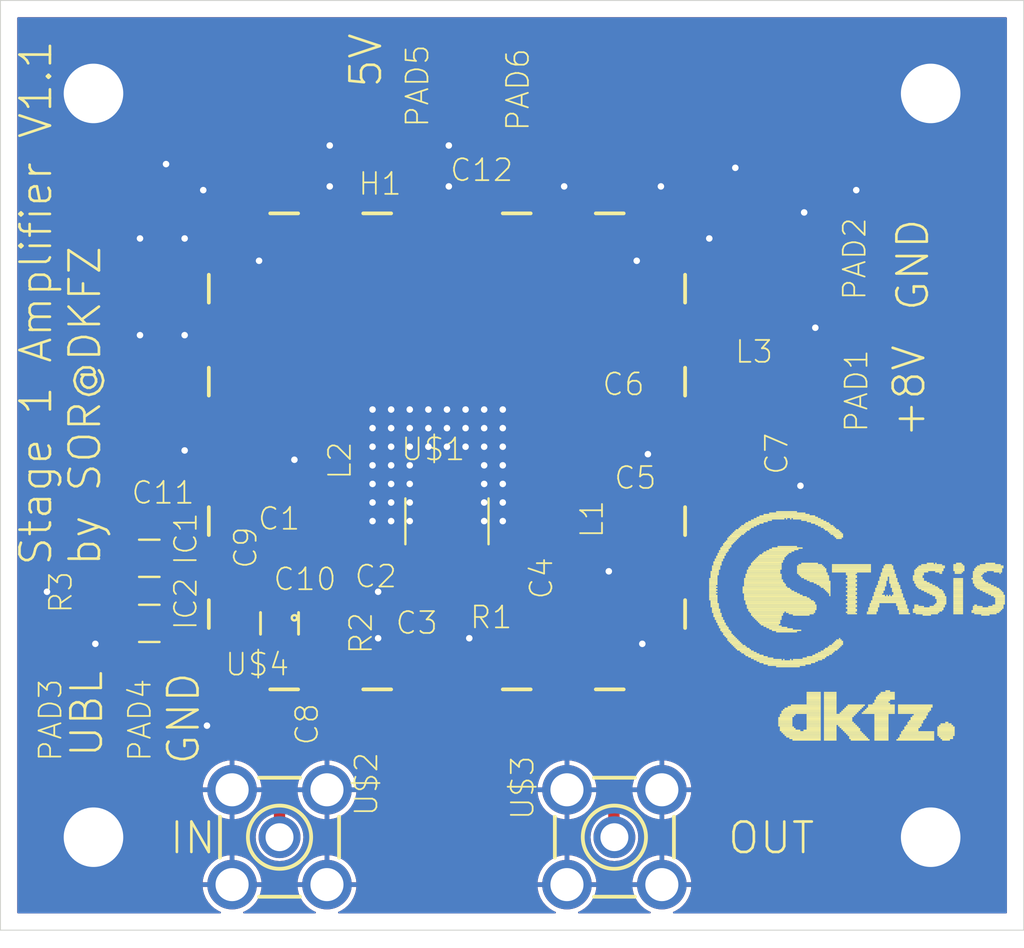
<source format=kicad_pcb>
(kicad_pcb (version 20240108) (generator "pcbnew") (generator_version "8.0")
  (layers (0 "F.Cu" signal) (31 "B.Cu" signal) (34 "B.Paste" user) (35 "F.Paste" user) (36 "B.SilkS" user "B.Silkscreen") (37 "F.SilkS" user "F.Silkscreen") (38 "B.Mask" user) (39 "F.Mask" user) (44 "Edge.Cuts" user))
  (net 0 "")
  (net 1 "GND")
  (net 2 "N$1")
  (net 3 "N$2")
  (net 4 "N$3")
  (net 5 "N$4")
  (net 6 "N$5")
  (net 7 "N$7")
  (net 8 "N$6")
  (net 9 "N$9")
  (net 10 "N$10")
  (net 11 "N$11")
  (net 12 "N$12")
  (net 13 "N$13")
  (net 14 "VCC")
  (net 15 "N$14")
  (net 16 "N$15")
  (net 17 "N$16")
  (net 18 "N$8")
  (footprint "stage1_amp_flat_switch_5V_V1p1:SMD2,54-5,08_412" (layer "F.Cu") (at 123.5011 118.5036 180)
    (property "Reference" "PAD3" (at 0.5 2.1 90) (layer "F.SilkS") (effects (font (size 1.176528 1.176528) (thickness 0.093472)) (justify right top)))
    (property "Value" "")
    (pad "1" smd rect (at 0 0 180) (size 2.54 5.08) (layers "F.Cu" "F.Paste" "F.Mask") (net 17 "N$16"))
  )
  (footprint "stage1_amp_flat_switch_5V_V1p1:LOGO_STASIS" (layer "F.Cu") (at 168.0511 111.9036)
    (property "Reference" "U$6" (hide yes))
    (property "Value" "" (hide yes))
  )
  (footprint "stage1_amp_flat_switch_5V_V1p1:BU-SMA-V" (layer "F.Cu") (at 154.0011 125.0036)
    (property "Reference" "U$3" (at -4.245 -0.86 90) (layer "F.SilkS") (effects (font (size 1.176528 1.176528) (thickness 0.093472)) (justify left bottom)))
    (property "Value" "SMA_CON-V")
    (pad "1" thru_hole circle (at 0 0) (size 2.25 2.25) (drill 1.5) (layers "*.Cu" "*.Mask") (net 8 "N$6"))
    (pad "2" thru_hole circle (at -2.5499 -2.5499) (size 2.667 2.667) (drill 1.778) (layers "*.Cu" "*.Mask") (net 1 "GND"))
    (pad "3" thru_hole circle (at 2.5499 -2.5499) (size 2.667 2.667) (drill 1.778) (layers "*.Cu" "*.Mask") (net 1 "GND"))
    (pad "4" thru_hole circle (at 2.5499 2.5499) (size 2.667 2.667) (drill 1.778) (layers "*.Cu" "*.Mask") (net 1 "GND"))
    (pad "5" thru_hole circle (at -2.5499 2.5499) (size 2.667 2.667) (drill 1.778) (layers "*.Cu" "*.Mask") (net 1 "GND"))
  )
  (footprint "stage1_amp_flat_switch_5V_V1p1:L3225M_334" (layer "F.Cu") (at 150.5011 106.0036 -90)
    (property "Reference" "L1" (at 0.795 -1.605 90) (layer "F.SilkS") (effects (font (size 1.176528 1.176528) (thickness 0.093472)) (justify right top)))
    (property "Value" "15µH")
    (pad "1" smd rect (at -1.4 0 270) (size 1.6 2.2) (layers "F.Cu" "F.Paste" "F.Mask") (net 7 "N$7"))
    (pad "2" smd rect (at 1.4 0 270) (size 1.6 2.2) (layers "F.Cu" "F.Paste" "F.Mask") (net 4 "N$3"))
  )
  (footprint "stage1_amp_flat_switch_5V_V1p1:R0402_334" (layer "F.Cu") (at 139.5011 114.0036 90)
    (property "Reference" "R2" (at -1.235 1.565 90) (layer "F.SilkS") (effects (font (size 1.176528 1.176528) (thickness 0.093472)) (justify left bottom)))
    (property "Value" "50")
    (pad "1" smd rect (at -0.5 0 90) (size 0.6 0.7) (layers "F.Cu" "F.Paste" "F.Mask") (net 1 "GND"))
    (pad "2" smd rect (at 0.5 0 90) (size 0.6 0.7) (layers "F.Cu" "F.Paste" "F.Mask") (net 13 "N$13"))
  )
  (footprint "stage1_amp_flat_switch_5V_V1p1:C0402_334" (layer "F.Cu") (at 138.5011 112.0036 180)
    (property "Reference" "C10" (at -0.635 1.565 0) (layer "F.SilkS") (effects (font (size 1.176528 1.176528) (thickness 0.093472)) (justify right top)))
    (property "Value" "1nF")
    (pad "1" smd rect (at -0.65 0 180) (size 0.7 0.9) (layers "F.Cu" "F.Paste" "F.Mask") (net 13 "N$13"))
    (pad "2" smd rect (at 0.65 0 180) (size 0.7 0.9) (layers "F.Cu" "F.Paste" "F.Mask") (net 12 "N$12"))
  )
  (footprint "stage1_amp_flat_switch_5V_V1p1:C0402_334" (layer "F.Cu") (at 136.0011 119.5036 90)
    (property "Reference" "C8" (at -0.635 2.165 90) (layer "F.SilkS") (effects (font (size 1.176528 1.176528) (thickness 0.093472)) (justify left bottom)))
    (property "Value" "1nF")
    (pad "1" smd rect (at -0.65 0 90) (size 0.7 0.9) (layers "F.Cu" "F.Paste" "F.Mask") (net 10 "N$10"))
    (pad "2" smd rect (at 0.65 0 90) (size 0.7 0.9) (layers "F.Cu" "F.Paste" "F.Mask") (net 9 "N$9"))
  )
  (footprint "stage1_amp_flat_switch_5V_V1p1:SMD2,54-5,08_412" (layer "F.Cu") (at 148.6011 84.6036)
    (property "Reference" "PAD6" (at 0.9 2.5 90) (layer "F.SilkS") (effects (font (size 1.176528 1.176528) (thickness 0.093472)) (justify left bottom)))
    (property "Value" "")
    (pad "1" smd rect (at 0 0) (size 2.54 5.08) (layers "F.Cu" "F.Paste" "F.Mask") (net 1 "GND"))
  )
  (footprint "stage1_amp_flat_switch_5V_V1p1:C0402_334" (layer "F.Cu") (at 140.0011 110.0036)
    (property "Reference" "C2" (at -0.035 1.665 0) (layer "F.SilkS") (effects (font (size 1.176528 1.176528) (thickness 0.093472)) (justify left bottom)))
    (property "Value" "2.2µF")
    (pad "1" smd rect (at -0.65 0) (size 0.7 0.9) (layers "F.Cu" "F.Paste" "F.Mask") (net 2 "N$1"))
    (pad "2" smd rect (at 0.65 0) (size 0.7 0.9) (layers "F.Cu" "F.Paste" "F.Mask") (net 3 "N$2"))
  )
  (footprint "stage1_amp_flat_switch_5V_V1p1:C0402_334" (layer "F.Cu") (at 128.6011 107.8036)
    (property "Reference" "C11" (at -0.635 -0.635 0) (layer "F.SilkS") (effects (font (size 1.176528 1.176528) (thickness 0.093472)) (justify left bottom)))
    (property "Value" "1nF")
    (pad "1" smd rect (at -0.65 0) (size 0.7 0.9) (layers "F.Cu" "F.Paste" "F.Mask") (net 1 "GND"))
    (pad "2" smd rect (at 0.65 0) (size 0.7 0.9) (layers "F.Cu" "F.Paste" "F.Mask") (net 14 "VCC"))
  )
  (footprint "stage1_amp_flat_switch_5V_V1p1:L3225M_334" (layer "F.Cu") (at 162.0011 101.0036 180)
    (property "Reference" "L3" (at -0.605 2.795 0) (layer "F.SilkS") (effects (font (size 1.176528 1.176528) (thickness 0.093472)) (justify right top)))
    (property "Value" "330nH")
    (pad "1" smd rect (at -1.4 0 180) (size 1.6 2.2) (layers "F.Cu" "F.Paste" "F.Mask") (net 18 "N$8"))
    (pad "2" smd rect (at 1.4 0 180) (size 1.6 2.2) (layers "F.Cu" "F.Paste" "F.Mask") (net 7 "N$7"))
  )
  (footprint "stage1_amp_flat_switch_5V_V1p1:SC70-6" (layer "F.Cu") (at 136.0011 113.5036 180)
    (property "Reference" "U$4" (at -0.597 -1.524 0) (layer "F.SilkS") (effects (font (size 1.176528 1.176528) (thickness 0.093472)) (justify right top)))
    (property "Value" "SPDT_SC70-6")
    (pad "1" smd rect (at -0.65 0.95 180) (size 0.35 0.8) (layers "F.Cu") (net 12 "N$12"))
    (pad "2" smd rect (at 0 0.95 180) (size 0.35 0.8) (layers "F.Cu"))
    (pad "3" smd rect (at 0.65 0.95 180) (size 0.35 0.8) (layers "F.Cu") (net 11 "N$11"))
    (pad "4" smd rect (at 0.65 -0.95 180) (size 0.35 0.8) (layers "F.Cu") (net 16 "N$15"))
    (pad "5" smd rect (at 0 -0.95 180) (size 0.35 0.8) (layers "F.Cu") (net 9 "N$9"))
    (pad "6" smd rect (at -0.65 -0.95 180) (size 0.35 0.8) (layers "F.Cu") (net 15 "N$14"))
  )
  (footprint "stage1_amp_flat_switch_5V_V1p1:R0402_334" (layer "F.Cu") (at 146.2011 112.1036)
    (property "Reference" "R1" (at -0.035 1.765 0) (layer "F.SilkS") (effects (font (size 1.176528 1.176528) (thickness 0.093472)) (justify left bottom)))
    (property "Value" "1.5k")
    (pad "1" smd rect (at -0.5 0) (size 0.6 0.7) (layers "F.Cu" "F.Paste" "F.Mask") (net 6 "N$5"))
    (pad "2" smd rect (at 0.5 0) (size 0.6 0.7) (layers "F.Cu" "F.Paste" "F.Mask") (net 4 "N$3"))
  )
  (footprint "stage1_amp_flat_switch_5V_V1p1:SMD2,54-5,08_412" (layer "F.Cu") (at 167.0011 94.0036)
    (property "Reference" "PAD2" (at 0.6 2.2 90) (layer "F.SilkS") (effects (font (size 1.176528 1.176528) (thickness 0.093472)) (justify left bottom)))
    (property "Value" "")
    (pad "1" smd rect (at 0 0) (size 2.54 5.08) (layers "F.Cu" "F.Paste" "F.Mask") (net 1 "GND"))
  )
  (footprint "stage1_amp_flat_switch_5V_V1p1:LOGO_DKFZ" (layer "F.Cu") (at 162.8511 119.8536)
    (property "Reference" "U$5" (hide yes))
    (property "Value" "" (hide yes))
  )
  (footprint "stage1_amp_flat_switch_5V_V1p1:SMD2,54-5,08_412" (layer "F.Cu") (at 143.4011 84.6036)
    (property "Reference" "PAD5" (at 0.7 2.3 90) (layer "F.SilkS") (effects (font (size 1.176528 1.176528) (thickness 0.093472)) (justify left bottom)))
    (property "Value" "")
    (pad "1" smd rect (at 0 0) (size 2.54 5.08) (layers "F.Cu" "F.Paste" "F.Mask") (net 14 "VCC"))
  )
  (footprint "stage1_amp_flat_switch_5V_V1p1:BU-SMA-V" (layer "F.Cu") (at 136.0011 125.0036)
    (property "Reference" "U$2" (at 5.355 -1.06 90) (layer "F.SilkS") (effects (font (size 1.176528 1.176528) (thickness 0.093472)) (justify left bottom)))
    (property "Value" "SMA_CON-V")
    (pad "1" thru_hole circle (at 0 0) (size 2.25 2.25) (drill 1.5) (layers "*.Cu" "*.Mask") (net 10 "N$10"))
    (pad "2" thru_hole circle (at -2.5499 -2.5499) (size 2.667 2.667) (drill 1.778) (layers "*.Cu" "*.Mask") (net 1 "GND"))
    (pad "3" thru_hole circle (at 2.5499 -2.5499) (size 2.667 2.667) (drill 1.778) (layers "*.Cu" "*.Mask") (net 1 "GND"))
    (pad "4" thru_hole circle (at 2.5499 2.5499) (size 2.667 2.667) (drill 1.778) (layers "*.Cu" "*.Mask") (net 1 "GND"))
    (pad "5" thru_hole circle (at -2.5499 2.5499) (size 2.667 2.667) (drill 1.778) (layers "*.Cu" "*.Mask") (net 1 "GND"))
  )
  (footprint "stage1_amp_flat_switch_5V_V1p1:C0402_334" (layer "F.Cu") (at 135.5011 110.0036 90)
    (property "Reference" "C9" (at -0.635 -0.635 90) (layer "F.SilkS") (effects (font (size 1.176528 1.176528) (thickness 0.093472)) (justify left bottom)))
    (property "Value" "1nF")
    (pad "1" smd rect (at -0.65 0 90) (size 0.7 0.9) (layers "F.Cu" "F.Paste" "F.Mask") (net 11 "N$11"))
    (pad "2" smd rect (at 0.65 0 90) (size 0.7 0.9) (layers "F.Cu" "F.Paste" "F.Mask") (net 5 "N$4"))
  )
  (footprint "stage1_amp_flat_switch_5V_V1p1:C0402_334" (layer "F.Cu") (at 143.8011 88.8036 180)
    (property "Reference" "C12" (at -4.835 0.365 0) (layer "F.SilkS") (effects (font (size 1.176528 1.176528) (thickness 0.093472)) (justify right top)))
    (property "Value" "2.2µF")
    (pad "1" smd rect (at -0.65 0 180) (size 0.7 0.9) (layers "F.Cu" "F.Paste" "F.Mask") (net 1 "GND"))
    (pad "2" smd rect (at 0.65 0 180) (size 0.7 0.9) (layers "F.Cu" "F.Paste" "F.Mask") (net 14 "VCC"))
  )
  (footprint "stage1_amp_flat_switch_5V_V1p1:L2012C_334" (layer "F.Cu") (at 139.2511 107.2536 -90)
    (property "Reference" "L2" (at -3.605 0.695 90) (layer "F.SilkS") (effects (font (size 1.176528 1.176528) (thickness 0.093472)) (justify right top)))
    (property "Value" "5.1nH")
    (pad "1" smd rect (at -1 0 270) (size 1 1) (layers "F.Cu" "F.Paste" "F.Mask") (net 5 "N$4"))
    (pad "2" smd rect (at 1 0 270) (size 1 1) (layers "F.Cu" "F.Paste" "F.Mask") (net 2 "N$1"))
  )
  (footprint "stage1_amp_flat_switch_5V_V1p1:SMD2,54-5,08_412" (layer "F.Cu") (at 167.0011 101.0036)
    (property "Reference" "PAD1" (at 0.7 2.3 90) (layer "F.SilkS") (effects (font (size 1.176528 1.176528) (thickness 0.093472)) (justify left bottom)))
    (property "Value" "")
    (pad "1" smd rect (at 0 0) (size 2.54 5.08) (layers "F.Cu" "F.Paste" "F.Mask") (net 18 "N$8"))
  )
  (footprint "stage1_amp_flat_switch_5V_V1p1:C0402_334" (layer "F.Cu") (at 137.2511 106.2536 180)
    (property "Reference" "C1" (at 0.065 -0.935 0) (layer "F.SilkS") (effects (font (size 1.176528 1.176528) (thickness 0.093472)) (justify right top)))
    (property "Value" "1.5pF")
    (pad "1" smd rect (at -0.65 0 180) (size 0.7 0.9) (layers "F.Cu" "F.Paste" "F.Mask") (net 5 "N$4"))
    (pad "2" smd rect (at 0.65 0 180) (size 0.7 0.9) (layers "F.Cu" "F.Paste" "F.Mask") (net 1 "GND"))
  )
  (footprint "stage1_amp_flat_switch_5V_V1p1:WE-SHC_ONE-PIECE_36903255S_14282958" (layer "F.Cu") (at 145.0011 104.2536)
    (property "Reference" "H1" (at -3.6 -13.7 0) (layer "F.SilkS") (effects (font (size 1.176528 1.176528) (thickness 0.093472)) (justify bottom)))
    (property "Value" "36903255S")
    (pad "1" smd rect (at -11.45 -12.6) (size 3.3 1) (layers "F.Cu" "F.Paste" "F.Mask") (net 1 "GND"))
    (pad "2" smd rect (at -6.25 -12.6) (size 2.9 1) (layers "F.Cu" "F.Paste" "F.Mask") (net 1 "GND"))
    (pad "3" smd rect (at 0 -12.6) (size 5.4 1) (layers "F.Cu" "F.Paste" "F.Mask") (net 1 "GND"))
    (pad "4" smd rect (at 6.25 -12.6) (size 2.9 1) (layers "F.Cu" "F.Paste" "F.Mask") (net 1 "GND"))
    (pad "5" smd rect (at 11.45 -12.6) (size 3.3 1) (layers "F.Cu" "F.Paste" "F.Mask") (net 1 "GND"))
    (pad "6" smd rect (at 12.6 -11.45 90) (size 3.3 1) (layers "F.Cu" "F.Paste" "F.Mask") (net 1 "GND"))
    (pad "7" smd rect (at 12.6 -6.25 90) (size 2.9 1) (layers "F.Cu" "F.Paste" "F.Mask") (net 1 "GND"))
    (pad "8" smd rect (at 12.6 0 90) (size 5.4 1) (layers "F.Cu" "F.Paste" "F.Mask") (net 1 "GND"))
    (pad "9" smd rect (at 12.6 6.25 90) (size 2.9 1) (layers "F.Cu" "F.Paste" "F.Mask") (net 1 "GND"))
    (pad "10" smd rect (at 12.6 11.45 90) (size 3.3 1) (layers "F.Cu" "F.Paste" "F.Mask") (net 1 "GND"))
    (pad "11" smd rect (at 11.45 12.6 180) (size 3.3 1) (layers "F.Cu" "F.Paste" "F.Mask") (net 1 "GND"))
    (pad "12" smd rect (at 6.25 12.6 180) (size 2.9 1) (layers "F.Cu" "F.Paste" "F.Mask") (net 1 "GND"))
    (pad "13" smd rect (at 0 12.6 180) (size 5.4 1) (layers "F.Cu" "F.Paste" "F.Mask") (net 1 "GND"))
    (pad "14" smd rect (at -6.25 12.6 180) (size 2.9 1) (layers "F.Cu" "F.Paste" "F.Mask") (net 1 "GND"))
    (pad "15" smd rect (at -11.45 12.6 180) (size 3.3 1) (layers "F.Cu" "F.Paste" "F.Mask") (net 1 "GND"))
    (pad "16" smd rect (at -12.6 11.45 90) (size 3.3 1) (layers "F.Cu" "F.Paste" "F.Mask") (net 1 "GND"))
    (pad "17" smd rect (at -12.6 6.25 90) (size 2.9 1) (layers "F.Cu" "F.Paste" "F.Mask") (net 1 "GND"))
    (pad "18" smd rect (at -12.6 0 90) (size 5.4 1) (layers "F.Cu" "F.Paste" "F.Mask") (net 1 "GND"))
    (pad "19" smd rect (at -12.6 -6.25 90) (size 2.9 1) (layers "F.Cu" "F.Paste" "F.Mask") (net 1 "GND"))
    (pad "20" smd rect (at -12.6 -11.45 90) (size 3.3 1) (layers "F.Cu" "F.Paste" "F.Mask") (net 1 "GND"))
  )
  (footprint "stage1_amp_flat_switch_5V_V1p1:SC70-5_87" (layer "F.Cu") (at 129.0011 113.5036 -90)
    (property "Reference" "IC2" (at -2.54 -1.27 90) (layer "F.SilkS") (effects (font (size 1.176528 1.176528) (thickness 0.093472)) (justify right top)))
    (property "Value" "74LVC1G14DCK")
    (pad "1" smd rect (at -0.65 0.85 270) (size 0.4 0.7) (layers "F.Cu" "F.Paste" "F.Mask"))
    (pad "2" smd rect (at 0 0.85 270) (size 0.4 0.7) (layers "F.Cu" "F.Paste" "F.Mask") (net 15 "N$14"))
    (pad "3" smd rect (at 0.65 0.85 270) (size 0.4 0.7) (layers "F.Cu" "F.Paste" "F.Mask") (net 1 "GND"))
    (pad "4" smd rect (at 0.65 -0.85 270) (size 0.4 0.7) (layers "F.Cu" "F.Paste" "F.Mask") (net 16 "N$15"))
    (pad "5" smd rect (at -0.65 -0.85 270) (size 0.4 0.7) (layers "F.Cu" "F.Paste" "F.Mask") (net 14 "VCC"))
  )
  (footprint "stage1_amp_flat_switch_5V_V1p1:SC70-5_87" (layer "F.Cu") (at 129.0011 110.0036 -90)
    (property "Reference" "IC1" (at -2.54 -1.27 90) (layer "F.SilkS") (effects (font (size 1.176528 1.176528) (thickness 0.093472)) (justify right top)))
    (property "Value" "74LVC1G17DCK")
    (pad "1" smd rect (at -0.65 0.85 270) (size 0.4 0.7) (layers "F.Cu" "F.Paste" "F.Mask"))
    (pad "2" smd rect (at 0 0.85 270) (size 0.4 0.7) (layers "F.Cu" "F.Paste" "F.Mask") (net 17 "N$16"))
    (pad "3" smd rect (at 0.65 0.85 270) (size 0.4 0.7) (layers "F.Cu" "F.Paste" "F.Mask") (net 1 "GND"))
    (pad "4" smd rect (at 0.65 -0.85 270) (size 0.4 0.7) (layers "F.Cu" "F.Paste" "F.Mask") (net 15 "N$14"))
    (pad "5" smd rect (at -0.65 -0.85 270) (size 0.4 0.7) (layers "F.Cu" "F.Paste" "F.Mask") (net 14 "VCC"))
  )
  (footprint "stage1_amp_flat_switch_5V_V1p1:C0402_334" (layer "F.Cu") (at 148.7511 110.5036 -90)
    (property "Reference" "C4" (at -0.635 -0.635 90) (layer "F.SilkS") (effects (font (size 1.176528 1.176528) (thickness 0.093472)) (justify right top)))
    (property "Value" "2.2µF")
    (pad "1" smd rect (at -0.65 0 270) (size 0.7 0.9) (layers "F.Cu" "F.Paste" "F.Mask") (net 4 "N$3"))
    (pad "2" smd rect (at 0.65 0 270) (size 0.7 0.9) (layers "F.Cu" "F.Paste" "F.Mask") (net 8 "N$6"))
  )
  (footprint "stage1_amp_flat_switch_5V_V1p1:SOT89" (layer "F.Cu") (at 145.0011 108.0036)
    (property "Reference" "U$1" (at -2.54 -3.175 0) (layer "F.SilkS") (effects (font (size 1.176528 1.176528) (thickness 0.093472)) (justify left bottom)))
    (property "Value" "PHA-13HLN+")
    (pad "1" smd rect (at -1.499 1.981) (size 1 1.5) (layers "F.Cu") (net 3 "N$2"))
    (pad "2" smd rect (at 0 1.727) (size 1 2) (layers "F.Cu") (net 1 "GND"))
    (pad "2@1" smd roundrect (at 0 -0.94) (size 2.2 3.7) (layers "F.Cu" "F.Mask") (roundrect_rratio 0.5) (net 1 "GND"))
    (pad "3" smd rect (at 1.499 1.981) (size 1 1.5) (layers "F.Cu") (net 4 "N$3"))
  )
  (footprint "stage1_amp_flat_switch_5V_V1p1:C0402_334" (layer "F.Cu") (at 143.9011 112.1036)
    (property "Reference" "C3" (at -1.735 2.065 0) (layer "F.SilkS") (effects (font (size 1.176528 1.176528) (thickness 0.093472)) (justify left bottom)))
    (property "Value" "100nF")
    (pad "1" smd rect (at -0.65 0) (size 0.7 0.9) (layers "F.Cu" "F.Paste" "F.Mask") (net 3 "N$2"))
    (pad "2" smd rect (at 0.65 0) (size 0.7 0.9) (layers "F.Cu" "F.Paste" "F.Mask") (net 6 "N$5"))
  )
  (footprint "stage1_amp_flat_switch_5V_V1p1:C0402_334" (layer "F.Cu") (at 153.7511 104.5036)
    (property "Reference" "C5" (at 0.165 1.865 0) (layer "F.SilkS") (effects (font (size 1.176528 1.176528) (thickness 0.093472)) (justify left bottom)))
    (property "Value" "1nF")
    (pad "1" smd rect (at -0.65 0) (size 0.7 0.9) (layers "F.Cu" "F.Paste" "F.Mask") (net 7 "N$7"))
    (pad "2" smd rect (at 0.65 0) (size 0.7 0.9) (layers "F.Cu" "F.Paste" "F.Mask") (net 1 "GND"))
  )
  (footprint "stage1_amp_flat_switch_5V_V1p1:C0805_334" (layer "F.Cu") (at 154.2511 102.5036)
    (property "Reference" "C6" (at -0.97 -1.17 0) (layer "F.SilkS") (effects (font (size 1.176528 1.176528) (thickness 0.093472)) (justify left bottom)))
    (property "Value" "10µF")
    (pad "1" smd rect (at -0.95 0) (size 1.3 1.5) (layers "F.Cu" "F.Paste" "F.Mask") (net 7 "N$7"))
    (pad "2" smd rect (at 0.95 0) (size 1.3 1.5) (layers "F.Cu" "F.Paste" "F.Mask") (net 1 "GND"))
  )
  (footprint "stage1_amp_flat_switch_5V_V1p1:C0402_334" (layer "F.Cu") (at 164.0011 104.0036 -90)
    (property "Reference" "C7" (at -0.835 1.965 90) (layer "F.SilkS") (effects (font (size 1.176528 1.176528) (thickness 0.093472)) (justify right top)))
    (property "Value" "1nF")
    (pad "1" smd rect (at -0.65 0 270) (size 0.7 0.9) (layers "F.Cu" "F.Paste" "F.Mask") (net 18 "N$8"))
    (pad "2" smd rect (at 0.65 0 270) (size 0.7 0.9) (layers "F.Cu" "F.Paste" "F.Mask") (net 1 "GND"))
  )
  (footprint "stage1_amp_flat_switch_5V_V1p1:SMD2,54-5,08_412" (layer "F.Cu") (at 128.5011 118.5036 180)
    (property "Reference" "PAD4" (at 0.7 2.1 90) (layer "F.SilkS") (effects (font (size 1.176528 1.176528) (thickness 0.093472)) (justify right top)))
    (property "Value" "")
    (pad "1" smd rect (at 0 0 180) (size 2.54 5.08) (layers "F.Cu" "F.Paste" "F.Mask") (net 1 "GND"))
  )
  (footprint "stage1_amp_flat_switch_5V_V1p1:R0805_334" (layer "F.Cu") (at 126.2011 112.4036 90)
    (property "Reference" "R3" (at -0.635 -1.27 90) (layer "F.SilkS") (effects (font (size 1.176528 1.176528) (thickness 0.093472)) (justify left bottom)))
    (property "Value" "47k")
    (pad "1" smd rect (at -0.95 0 90) (size 1.3 1.5) (layers "F.Cu" "F.Paste" "F.Mask") (net 1 "GND"))
    (pad "2" smd rect (at 0.95 0 90) (size 1.3 1.5) (layers "F.Cu" "F.Paste" "F.Mask") (net 17 "N$16"))
  )
  (gr_line (start 176.0011 80.0036) (end 121.0011 80.0036) (stroke (width 0.05)) (layer "Edge.Cuts"))
  (gr_line (start 176.0011 130.0036) (end 176.0011 80.0036) (stroke (width 0.05)) (layer "Edge.Cuts"))
  (gr_line (start 121.0011 130.0036) (end 176.0011 130.0036) (stroke (width 0.05)) (layer "Edge.Cuts"))
  (gr_line (start 121.0011 80.0036) (end 121.0011 130.0036) (stroke (width 0.05)) (layer "Edge.Cuts"))
  (gr_text "5V" (at 141.6011 84.8036 90) (layer "F.SilkS") (effects (font (size 1.63576 1.63576) (thickness 0.14224)) (justify left bottom)))
  (gr_text "GND" (at 171.0011 96.8036 90) (layer "F.SilkS") (effects (font (size 1.63576 1.63576) (thickness 0.14224)) (justify left bottom)))
  (gr_text "IN" (at 130.0011 126.0036 0) (layer "F.SilkS") (effects (font (size 1.63576 1.63576) (thickness 0.14224)) (justify left bottom)))
  (gr_text "OUT" (at 160.0011 126.0036 0) (layer "F.SilkS") (effects (font (size 1.63576 1.63576) (thickness 0.14224)) (justify left bottom)))
  (gr_text "GND" (at 131.8011 121.2036 90) (layer "F.SilkS") (effects (font (size 1.63576 1.63576) (thickness 0.14224)) (justify left bottom)))
  (gr_text "Stage 1 Amplifier V1.1\nby SOR@DKFZ" (at 126.5011 110.5036 90) (layer "F.SilkS") (effects (font (size 1.63576 1.63576) (thickness 0.14224)) (justify left bottom)))
  (gr_text "UBL" (at 126.6011 120.8036 90) (layer "F.SilkS") (effects (font (size 1.63576 1.63576) (thickness 0.14224)) (justify left bottom)))
  (gr_text "+8V" (at 170.8011 103.6036 90) (layer "F.SilkS") (effects (font (size 1.63576 1.63576) (thickness 0.14224)) (justify left bottom)))
  (via (at 148.0011 106.0036) (size 0.7564) (drill 0.35) (layers "F.Cu" "B.Cu") (net 1))
  (via (at 134.9011 94.0036) (size 0.7564) (drill 0.35) (layers "F.Cu" "B.Cu") (net 1))
  (via (at 164.8011 97.6036) (size 0.7564) (drill 0.35) (layers "F.Cu" "B.Cu") (net 1))
  (via (at 138.7011 87.8036) (size 0.7564) (drill 0.35) (layers "F.Cu" "B.Cu") (net 1))
  (via (at 171.0011 125.0036) (size 3.6064) (drill 3.2) (layers "F.Cu" "B.Cu") (net 1))
  (via (at 148.0011 108.0036) (size 0.7564) (drill 0.35) (layers "F.Cu" "B.Cu") (net 1))
  (via (at 126.0011 85.0036) (size 3.6064) (drill 3.2) (layers "F.Cu" "B.Cu") (net 1))
  (via (at 128.5011 92.8036) (size 0.7564) (drill 0.35) (layers "F.Cu" "B.Cu") (net 1))
  (via (at 155.8011 104.4036) (size 0.7564) (drill 0.35) (layers "F.Cu" "B.Cu") (net 1))
  (via (at 131.9011 90.2036) (size 0.7564) (drill 0.35) (layers "F.Cu" "B.Cu") (net 1))
  (via (at 136.8011 104.7036) (size 0.7564) (drill 0.35) (layers "F.Cu" "B.Cu") (net 1))
  (via (at 130.9011 92.8036) (size 0.7564) (drill 0.35) (layers "F.Cu" "B.Cu") (net 1))
  (via (at 142.0011 105.0036) (size 0.7564) (drill 0.35) (layers "F.Cu" "B.Cu") (net 1))
  (via (at 142.0011 108.0036) (size 0.7564) (drill 0.35) (layers "F.Cu" "B.Cu") (net 1))
  (via (at 147.0011 106.0036) (size 0.7564) (drill 0.35) (layers "F.Cu" "B.Cu") (net 1))
  (via (at 145.0011 104.0036) (size 0.7564) (drill 0.35) (layers "F.Cu" "B.Cu") (net 1))
  (via (at 143.0011 106.0036) (size 0.7564) (drill 0.35) (layers "F.Cu" "B.Cu") (net 1))
  (via (at 143.0011 103.0036) (size 0.7564) (drill 0.35) (layers "F.Cu" "B.Cu") (net 1))
  (via (at 147.0011 105.0036) (size 0.7564) (drill 0.35) (layers "F.Cu" "B.Cu") (net 1))
  (via (at 146.0011 102.0036) (size 0.7564) (drill 0.35) (layers "F.Cu" "B.Cu") (net 1))
  (via (at 147.0011 103.0036) (size 0.7564) (drill 0.35) (layers "F.Cu" "B.Cu") (net 1))
  (via (at 142.0011 104.0036) (size 0.7564) (drill 0.35) (layers "F.Cu" "B.Cu") (net 1))
  (via (at 142.0011 106.0036) (size 0.7564) (drill 0.35) (layers "F.Cu" "B.Cu") (net 1))
  (via (at 130.9011 104.2036) (size 0.7564) (drill 0.35) (layers "F.Cu" "B.Cu") (net 1))
  (via (at 141.0011 108.0036) (size 0.7564) (drill 0.35) (layers "F.Cu" "B.Cu") (net 1))
  (via (at 143.0011 108.0036) (size 0.7564) (drill 0.35) (layers "F.Cu" "B.Cu") (net 1))
  (via (at 142.0011 107.0036) (size 0.7564) (drill 0.35) (layers "F.Cu" "B.Cu") (net 1))
  (via (at 164.2011 91.4036) (size 0.7564) (drill 0.35) (layers "F.Cu" "B.Cu") (net 1))
  (via (at 153.7011 110.7036) (size 0.7564) (drill 0.35) (layers "F.Cu" "B.Cu") (net 1))
  (via (at 160.5011 89.0036) (size 0.7564) (drill 0.35) (layers "F.Cu" "B.Cu") (net 1))
  (via (at 145.0011 102.0036) (size 0.7564) (drill 0.35) (layers "F.Cu" "B.Cu") (net 1))
  (via (at 145.1011 90.0036) (size 0.7564) (drill 0.35) (layers "F.Cu" "B.Cu") (net 1))
  (via (at 147.0011 108.0036) (size 0.7564) (drill 0.35) (layers "F.Cu" "B.Cu") (net 1))
  (via (at 164.0011 106.1036) (size 0.7564) (drill 0.35) (layers "F.Cu" "B.Cu") (net 1))
  (via (at 132.1011 119.0036) (size 0.7564) (drill 0.35) (layers "F.Cu" "B.Cu") (net 1))
  (via (at 143.0011 107.0036) (size 0.7564) (drill 0.35) (layers "F.Cu" "B.Cu") (net 1))
  (via (at 155.5011 114.6036) (size 0.7564) (drill 0.35) (layers "F.Cu" "B.Cu") (net 1))
  (via (at 129.9011 88.8036) (size 0.7564) (drill 0.35) (layers "F.Cu" "B.Cu") (net 1))
  (via (at 171.0011 85.0036) (size 3.6064) (drill 3.2) (layers "F.Cu" "B.Cu") (net 1))
  (via (at 148.0011 104.0036) (size 0.7564) (drill 0.35) (layers "F.Cu" "B.Cu") (net 1))
  (via (at 123.5011 111.8036) (size 0.7564) (drill 0.35) (layers "F.Cu" "B.Cu") (net 1))
  (via (at 141.0011 102.0036) (size 0.7564) (drill 0.35) (layers "F.Cu" "B.Cu") (net 1))
  (via (at 142.0011 102.0036) (size 0.7564) (drill 0.35) (layers "F.Cu" "B.Cu") (net 1))
  (via (at 126.1011 114.6036) (size 0.7564) (drill 0.35) (layers "F.Cu" "B.Cu") (net 1))
  (via (at 146.0011 103.0036) (size 0.7564) (drill 0.35) (layers "F.Cu" "B.Cu") (net 1))
  (via (at 130.9011 98.0036) (size 0.7564) (drill 0.35) (layers "F.Cu" "B.Cu") (net 1))
  (via (at 145.1011 87.8036) (size 0.7564) (drill 0.35) (layers "F.Cu" "B.Cu") (net 1))
  (via (at 141.0011 106.0036) (size 0.7564) (drill 0.35) (layers "F.Cu" "B.Cu") (net 1))
  (via (at 146.2011 114.3036) (size 0.7564) (drill 0.35) (layers "F.Cu" "B.Cu") (net 1))
  (via (at 146.0011 104.0036) (size 0.7564) (drill 0.35) (layers "F.Cu" "B.Cu") (net 1))
  (via (at 141.0011 103.0036) (size 0.7564) (drill 0.35) (layers "F.Cu" "B.Cu") (net 1))
  (via (at 141.3011 111.8036) (size 0.7564) (drill 0.35) (layers "F.Cu" "B.Cu") (net 1))
  (via (at 144.0011 103.0036) (size 0.7564) (drill 0.35) (layers "F.Cu" "B.Cu") (net 1))
  (via (at 147.0011 107.0036) (size 0.7564) (drill 0.35) (layers "F.Cu" "B.Cu") (net 1))
  (via (at 141.0011 104.0036) (size 0.7564) (drill 0.35) (layers "F.Cu" "B.Cu") (net 1))
  (via (at 147.0011 104.0036) (size 0.7564) (drill 0.35) (layers "F.Cu" "B.Cu") (net 1))
  (via (at 143.0011 102.0036) (size 0.7564) (drill 0.35) (layers "F.Cu" "B.Cu") (net 1))
  (via (at 159.1011 92.8036) (size 0.7564) (drill 0.35) (layers "F.Cu" "B.Cu") (net 1))
  (via (at 143.0011 104.0036) (size 0.7564) (drill 0.35) (layers "F.Cu" "B.Cu") (net 1))
  (via (at 148.0011 107.0036) (size 0.7564) (drill 0.35) (layers "F.Cu" "B.Cu") (net 1))
  (via (at 142.0011 103.0036) (size 0.7564) (drill 0.35) (layers "F.Cu" "B.Cu") (net 1))
  (via (at 155.2011 94.0036) (size 0.7564) (drill 0.35) (layers "F.Cu" "B.Cu") (net 1))
  (via (at 126.0011 125.0036) (size 3.6064) (drill 3.2) (layers "F.Cu" "B.Cu") (net 1))
  (via (at 128.5011 98.0036) (size 0.7564) (drill 0.35) (layers "F.Cu" "B.Cu") (net 1))
  (via (at 144.0011 102.0036) (size 0.7564) (drill 0.35) (layers "F.Cu" "B.Cu") (net 1))
  (via (at 147.0011 102.0036) (size 0.7564) (drill 0.35) (layers "F.Cu" "B.Cu") (net 1))
  (via (at 167.0011 90.2036) (size 0.7564) (drill 0.35) (layers "F.Cu" "B.Cu") (net 1))
  (via (at 141.0011 105.0036) (size 0.7564) (drill 0.35) (layers "F.Cu" "B.Cu") (net 1))
  (via (at 148.0011 105.0036) (size 0.7564) (drill 0.35) (layers "F.Cu" "B.Cu") (net 1))
  (via (at 151.3011 90.0036) (size 0.7564) (drill 0.35) (layers "F.Cu" "B.Cu") (net 1))
  (via (at 148.0011 103.0036) (size 0.7564) (drill 0.35) (layers "F.Cu" "B.Cu") (net 1))
  (via (at 148.0011 102.0036) (size 0.7564) (drill 0.35) (layers "F.Cu" "B.Cu") (net 1))
  (via (at 156.5011 90.0036) (size 0.7564) (drill 0.35) (layers "F.Cu" "B.Cu") (net 1))
  (via (at 143.0011 105.0036) (size 0.7564) (drill 0.35) (layers "F.Cu" "B.Cu") (net 1))
  (via (at 144.0011 104.0036) (size 0.7564) (drill 0.35) (layers "F.Cu" "B.Cu") (net 1))
  (via (at 138.7011 90.0036) (size 0.7564) (drill 0.35) (layers "F.Cu" "B.Cu") (net 1))
  (via (at 141.3011 114.3036) (size 0.7564) (drill 0.35) (layers "F.Cu" "B.Cu") (net 1))
  (via (at 145.0011 103.0036) (size 0.7564) (drill 0.35) (layers "F.Cu" "B.Cu") (net 1))
  (via (at 141.0011 107.0036) (size 0.7564) (drill 0.35) (layers "F.Cu" "B.Cu") (net 1))
  (segment (start 139.3511 110.0036) (end 139.3511 108.3536) (width 0.6096) (layer "F.Cu") (net 2))
  (segment (start 139.3511 108.3536) (end 139.2511 108.2536) (width 0.6096) (layer "F.Cu") (net 2))
  (segment (start 143.4831 110.0036) (end 143.2831 110.0036) (width 0.6096) (layer "F.Cu") (net 3))
  (segment (start 143.2511 112.1036) (end 143.2831 112.066635) (width 0.508) (layer "F.Cu") (net 3))
  (segment (start 143.2831 110.0036) (end 140.6511 110.0036) (width 0.6096) (layer "F.Cu") (net 3))
  (segment (start 143.5021 109.9846) (end 143.4831 110.0036) (width 1.016) (layer "F.Cu") (net 3))
  (segment (start 143.2831 112.066635) (end 143.2831 110.0036) (width 0.508) (layer "F.Cu") (net 3))
  (segment (start 148.7511 109.8536) (end 150.5011 108.1036) (width 0.6096) (layer "F.Cu") (net 4))
  (segment (start 146.8001 110.2846) (end 146.5001 109.9846) (width 0.508) (layer "F.Cu") (net 4))
  (segment (start 146.5191 110.0036) (end 146.5001 109.9846) (width 0.508) (layer "F.Cu") (net 4))
  (segment (start 148.7511 109.8536) (end 146.5191 110.0036) (width 0.508) (layer "F.Cu") (net 4))
  (segment (start 150.5011 108.1036) (end 150.5011 107.4036) (width 0.6096) (layer "F.Cu") (net 4))
  (segment (start 146.8001 110.2846) (end 146.8001 112.038013) (width 0.508) (layer "F.Cu") (net 4))
  (segment (start 146.7011 112.1036) (end 146.8001 112.038013) (width 0.508) (layer "F.Cu") (net 4))
  (segment (start 139.2511 106.2536) (end 137.9011 106.2536) (width 0.508) (layer "F.Cu") (net 5))
  (segment (start 137.9011 106.9536) (end 137.9011 106.2536) (width 0.6096) (layer "F.Cu") (net 5))
  (segment (start 135.5011 109.3536) (end 137.9011 106.9536) (width 0.6096) (layer "F.Cu") (net 5))
  (segment (start 144.5511 112.1036) (end 145.7011 112.1036) (width 0.508) (layer "F.Cu") (net 6))
  (segment (start 150.5011 104.6036) (end 150.7011 104.6036) (width 0.508) (layer "F.Cu") (net 7))
  (segment (start 152.6011 102.5036) (end 153.3011 102.5036) (width 0.8128) (layer "F.Cu") (net 7))
  (segment (start 156.860837 101.0036) (end 153.0011 101.0036) (width 0.8128) (layer "F.Cu") (net 7))
  (segment (start 153.0011 102.2036) (end 153.3011 102.5036) (width 0.8128) (layer "F.Cu") (net 7))
  (segment (start 153.0011 104.6036) (end 153.1011 104.5036) (width 0.6096) (layer "F.Cu") (net 7))
  (segment (start 150.5011 104.6036) (end 152.6011 102.5036) (width 0.8128) (layer "F.Cu") (net 7))
  (segment (start 150.5011 104.6036) (end 153.0011 104.6036) (width 0.6096) (layer "F.Cu") (net 7))
  (segment (start 160.5923 100.9948) (end 156.869637 100.9948) (width 0.8128) (layer "F.Cu") (net 7))
  (segment (start 160.6011 101.0036) (end 160.5923 100.9948) (width 0.8128) (layer "F.Cu") (net 7))
  (segment (start 153.0011 101.0036) (end 153.0011 102.2036) (width 0.8128) (layer "F.Cu") (net 7))
  (segment (start 156.869637 100.9948) (end 156.860837 101.0036) (width 0.8128) (layer "F.Cu") (net 7))
  (segment (start 148.7511 111.1536) (end 153.8011 116.2036) (width 0.6096) (layer "F.Cu") (net 8))
  (segment (start 153.8011 116.2036) (end 154.0011 125.0036) (width 0.6096) (layer "F.Cu") (net 8))
  (segment (start 136.0011 115.5036) (end 136.0011 114.4536) (width 0.1524) (layer "F.Cu") (net 9))
  (segment (start 136.0011 118.8536) (end 136.0011 115.5036) (width 0.6096) (layer "F.Cu") (net 9))
  (segment (start 136.0011 120.1536) (end 136.0011 125.0036) (width 0.6096) (layer "F.Cu") (net 10))
  (segment (start 135.3511 112.5536) (end 135.3511 110.8036) (width 0.4064) (layer "F.Cu") (net 11))
  (segment (start 135.3511 110.8036) (end 135.5011 110.6536) (width 0.1524) (layer "F.Cu") (net 11))
  (segment (start 137.2011 112.0036) (end 137.8511 112.0036) (width 0.3048) (layer "F.Cu") (net 12))
  (segment (start 136.6511 112.5536) (end 137.2011 112.0036) (width 0.3048) (layer "F.Cu") (net 12))
  (segment (start 139.1511 112.0036) (end 139.5011 112.3536) (width 0.3048) (layer "F.Cu") (net 13))
  (segment (start 139.5011 112.3536) (end 139.5011 113.5036) (width 0.3048) (layer "F.Cu") (net 13))
  (segment (start 129.8511 107.8036) (end 129.8511 90.5536) (width 0.3048) (layer "F.Cu") (net 14))
  (segment (start 129.0011 109.6036) (end 129.2511 109.3536) (width 0.3048) (layer "F.Cu") (net 14))
  (segment (start 131.4011 89.0036) (end 143.1511 89.0036) (width 0.3048) (layer "F.Cu") (net 14))
  (segment (start 129.8511 90.5536) (end 131.4011 89.0036) (width 0.3048) (layer "F.Cu") (net 14))
  (segment (start 129.2511 109.3536) (end 129.8511 109.3536) (width 0.3048) (layer "F.Cu") (net 14))
  (segment (start 129.8511 112.8536) (end 129.0011 112.0036) (width 0.3048) (layer "F.Cu") (net 14))
  (segment (start 129.0011 112.0036) (end 129.0011 109.6036) (width 0.3048) (layer "F.Cu") (net 14))
  (segment (start 143.4011 88.5536) (end 143.1511 88.8036) (width 0.1524) (layer "F.Cu") (net 14))
  (segment (start 129.2511 107.8036) (end 129.8511 107.8036) (width 0.3048) (layer "F.Cu") (net 14))
  (segment (start 143.1511 89.0036) (end 143.1511 88.8036) (width 0.3048) (layer "F.Cu") (net 14))
  (segment (start 129.8511 109.3536) (end 129.8511 107.8036) (width 0.3048) (layer "F.Cu") (net 14))
  (segment (start 143.4011 84.6036) (end 143.4011 88.5536) (width 0.3048) (layer "F.Cu") (net 14))
  (segment (start 134.7011 113.5036) (end 136.5011 113.5036) (width 0.1524) (layer "F.Cu") (net 15))
  (segment (start 128.1511 113.5036) (end 130.7011 113.5036) (width 0.1524) (layer "F.Cu") (net 15))
  (segment (start 132.0011 112.8036) (end 134.0011 112.8036) (width 0.1524) (layer "F.Cu") (net 15))
  (segment (start 129.8511 110.6536) (end 131.7011 112.5036) (width 0.1524) (layer "F.Cu") (net 15))
  (segment (start 134.0011 112.8036) (end 134.7011 113.5036) (width 0.1524) (layer "F.Cu") (net 15))
  (segment (start 131.7011 112.5036) (end 132.0011 112.8036) (width 0.1524) (layer "F.Cu") (net 15))
  (segment (start 136.6511 113.6536) (end 136.6511 114.4536) (width 0.1524) (layer "F.Cu") (net 15))
  (segment (start 130.7011 113.5036) (end 131.7011 112.5036) (width 0.1524) (layer "F.Cu") (net 15))
  (segment (start 136.5011 113.5036) (end 136.6511 113.6536) (width 0.1524) (layer "F.Cu") (net 15))
  (segment (start 129.8511 114.1536) (end 131.0511 114.1536) (width 0.1524) (layer "F.Cu") (net 16))
  (segment (start 131.0511 114.1536) (end 131.8011 113.4036) (width 0.1524) (layer "F.Cu") (net 16))
  (segment (start 134.8511 114.4536) (end 135.3511 114.4536) (width 0.1524) (layer "F.Cu") (net 16))
  (segment (start 131.8011 113.4036) (end 133.8011 113.4036) (width 0.1524) (layer "F.Cu") (net 16))
  (segment (start 133.8011 113.4036) (end 134.8511 114.4536) (width 0.1524) (layer "F.Cu") (net 16))
  (segment (start 126.2011 111.4536) (end 126.2011 111.4036) (width 0.1524) (layer "F.Cu") (net 17))
  (segment (start 127.5011 110.0036) (end 128.1511 110.0036) (width 0.1524) (layer "F.Cu") (net 17))
  (segment (start 123.5011 118.5036) (end 123.5011 114.0036) (width 0.1524) (layer "F.Cu") (net 17))
  (segment (start 126.1511 111.3536) (end 123.5011 114.0036) (width 0.1524) (layer "F.Cu") (net 17))
  (segment (start 127.5011 110.0036) (end 126.1511 111.3536) (width 0.1524) (layer "F.Cu") (net 17))
  (segment (start 126.2011 111.4036) (end 126.1511 111.3536) (width 0.1524) (layer "F.Cu") (net 17))
  (segment (start 163.3511 100.9536) (end 163.4011 101.0036) (width 0.6096) (layer "F.Cu") (net 18))
  (segment (start 164.0011 103.3536) (end 163.4011 102.7536) (width 0.6096) (layer "F.Cu") (net 18))
  (segment (start 163.4011 102.7536) (end 163.4011 101.0036) (width 0.6096) (layer "F.Cu") (net 18))
  (segment (start 167.0011 101.0036) (end 163.4011 101.0036) (width 1.016) (layer "F.Cu") (net 18))
  (zone (net 1) (net_name "GND") (layer "F.Cu") (priority 4) (connect_pads (clearance 0.000001)) (min_thickness 0.1) (fill yes (thermal_gap 0.25) (thermal_bridge_width 0.25))
    (polygon (pts (xy 175.1011 129.1036) (xy 121.9011 129.1036) (xy 121.9011 80.9036) (xy 175.1011 80.9036)))
  )
  (zone (net 1) (net_name "GND") (layer "F.Cu") (priority 6) (connect_pads yes (clearance 0.000001)) (min_thickness 0.1) (fill yes (thermal_gap 0.5) (thermal_bridge_width 0.5))
    (polygon (pts (xy 148.1011 109.1036) (xy 141.9011 109.1036) (xy 141.9011 102.9036) (xy 148.1011 102.9036)))
  )
  (zone (net 1) (net_name "GND") (layer "B.Cu") (priority 6) (connect_pads (clearance 0.000001)) (min_thickness 0.1) (fill yes (thermal_gap 0.25) (thermal_bridge_width 0.25))
    (polygon (pts (xy 175.1011 129.1036) (xy 121.9011 129.1036) (xy 121.9011 80.9036) (xy 175.1011 80.9036)))
  )
)
</source>
